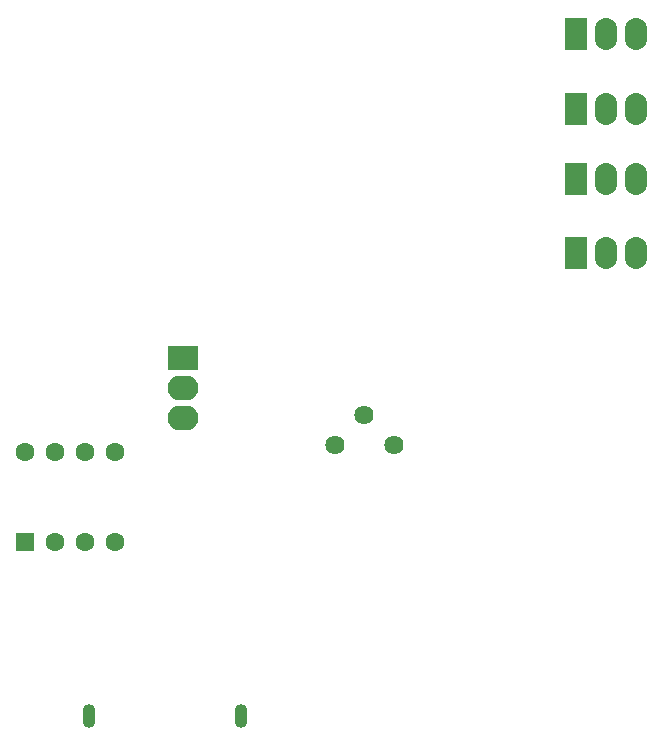
<source format=gbs>
G04 Layer: BottomSolderMaskLayer*
G04 EasyEDA v6.5.44, 2024-08-27 02:14:39*
G04 c69db122412b4c51b467f6eab680147d,f1a1d2977d3b4f1281c114c53eaa6542,10*
G04 Gerber Generator version 0.2*
G04 Scale: 100 percent, Rotated: No, Reflected: No *
G04 Dimensions in millimeters *
G04 leading zeros omitted , absolute positions ,4 integer and 5 decimal *
%FSLAX45Y45*%
%MOMM*%

%AMMACRO1*4,1,8,-0.7711,-0.8008,-0.8008,-0.771,-0.8008,0.7711,-0.7711,0.8008,0.771,0.8008,0.8008,0.7711,0.8008,-0.771,0.771,-0.8008,-0.7711,-0.8008,0*%
%AMMACRO2*4,1,8,-1.2707,-1.0516,-1.3005,-1.0218,-1.3005,1.0218,-1.2707,1.0516,1.2707,1.0516,1.3005,1.0218,1.3005,-1.0218,1.2707,-1.0516,-1.2707,-1.0516,0*%
%AMMACRO3*4,1,8,-0.9211,-1.3508,-0.9508,-1.321,-0.9508,1.3211,-0.9211,1.3508,0.921,1.3508,0.9508,1.3211,0.9508,-1.321,0.921,-1.3508,-0.9211,-1.3508,0*%
%ADD10C,1.6256*%
%ADD11MACRO1*%
%ADD12C,1.6016*%
%ADD13MACRO2*%
%ADD14O,2.601595X2.101596*%
%ADD15O,1.9015964X2.7015948*%
%ADD16MACRO3*%
%ADD17O,1.0999978000000001X1.999996*%

%LPD*%
D10*
G01*
X3784612Y2903016D03*
G01*
X4034599Y2653029D03*
G01*
X3534600Y2653029D03*
D11*
G01*
X914400Y1828800D03*
D12*
G01*
X1168400Y1828800D03*
G01*
X1422400Y1828800D03*
G01*
X1676400Y1828800D03*
G01*
X914400Y2590800D03*
G01*
X1168400Y2590800D03*
G01*
X1422400Y2590800D03*
G01*
X1676400Y2590800D03*
D13*
G01*
X2247900Y3390900D03*
D14*
G01*
X2247900Y2882900D03*
G01*
X2247900Y3136900D03*
D15*
G01*
X5829300Y6134595D03*
G01*
X6083300Y6133604D03*
D16*
G01*
X5575294Y6134597D03*
D15*
G01*
X5829300Y4902695D03*
G01*
X6083300Y4901704D03*
D16*
G01*
X5575294Y4902697D03*
D15*
G01*
X5829300Y5499595D03*
G01*
X6083300Y5498604D03*
D16*
G01*
X5575294Y5499597D03*
D15*
G01*
X5829300Y4280395D03*
G01*
X6083300Y4279404D03*
D16*
G01*
X5575294Y4280397D03*
D17*
G01*
X1451000Y354601D03*
G01*
X2739999Y354601D03*
M02*

</source>
